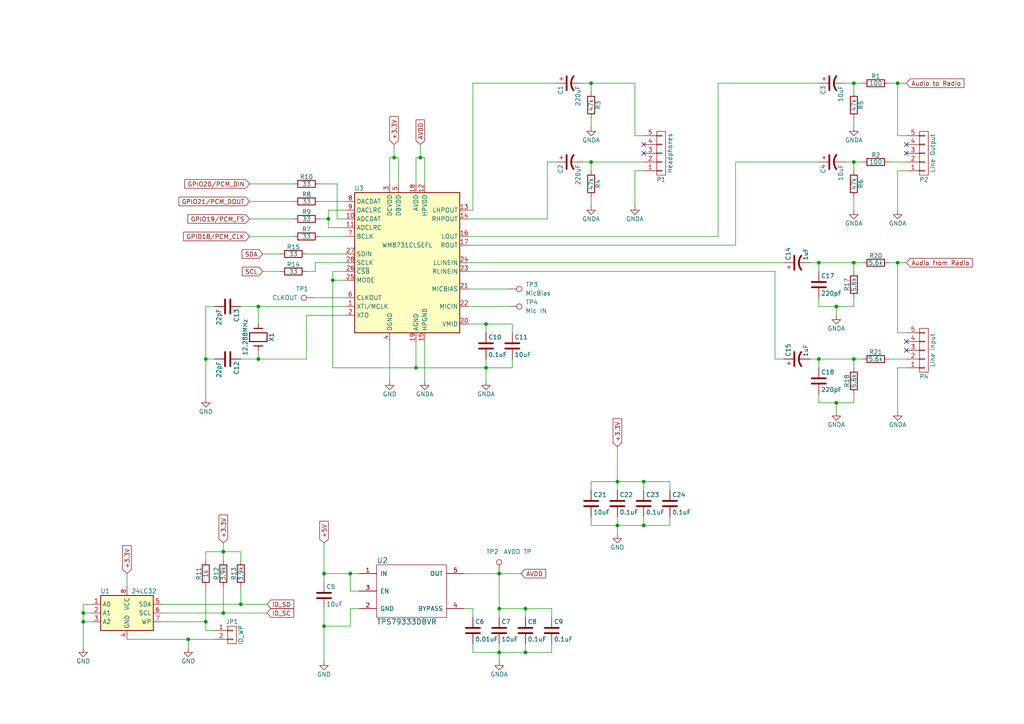
<source format=kicad_sch>
(kicad_sch (version 20211123) (generator eeschema)
  (paper "A4")
  (title_block (title "Ham Radio Audio Controller "))
  (lib_symbols
    (symbol "Audio:WM8731CLSEFL"
      (property "Reference" "U" (at -13.97 21.59 0))
      (property "Value" "WM8731CLSEFL" (at 0 5.08 0))
      (symbol "WM8731CLSEFL_0_1"
        (rectangle (start -15.24 20.32) (end 15.24 -20.32) (stroke (width 0.254)) (fill (type background)))
      )
      (symbol "WM8731CLSEFL_1_1"
        (pin input line (at -17.78 -12.7 0) (length 2.54) (name "XTI/MCLK") (number "1"))
        (pin output line (at -17.78 12.7 0) (length 2.54) (name "ADCDAT") (number "10"))
        (pin bidirectional line (at -17.78 10.16 0) (length 2.54) (name "ADCLRC") (number "11"))
        (pin power_in line (at 5.08 22.86 270) (length 2.54) (name "HPVDD") (number "12"))
        (pin output line (at 17.78 15.24 180) (length 2.54) (name "LHPOUT") (number "13"))
        (pin output line (at 17.78 12.7 180) (length 2.54) (name "RHPOUT") (number "14"))
        (pin power_in line (at 5.08 -22.86 90) (length 2.54) (name "HPGND") (number "15"))
        (pin output line (at 17.78 7.62 180) (length 2.54) (name "LOUT") (number "16"))
        (pin output line (at 17.78 5.08 180) (length 2.54) (name "ROUT") (number "17"))
        (pin power_in line (at 2.54 22.86 270) (length 2.54) (name "AVDD") (number "18"))
        (pin power_in line (at 2.54 -22.86 90) (length 2.54) (name "AGND") (number "19"))
        (pin output line (at -17.78 -15.24 0) (length 2.54) (name "XTO") (number "2"))
        (pin passive line (at 17.78 -17.78 180) (length 2.54) (name "VMID") (number "20"))
        (pin output line (at 17.78 -7.62 180) (length 2.54) (name "MICBIAS") (number "21"))
        (pin input line (at 17.78 -12.7 180) (length 2.54) (name "MICIN") (number "22"))
        (pin input line (at 17.78 -2.54 180) (length 2.54) (name "RLINEIN") (number "23"))
        (pin input line (at 17.78 0 180) (length 2.54) (name "LLINEIN") (number "24"))
        (pin input line (at -17.78 -5.08 0) (length 2.54) (name "MODE") (number "25"))
        (pin input line (at -17.78 -2.54 0) (length 2.54) (name "~{CSB}") (number "26"))
        (pin bidirectional line (at -17.78 2.54 0) (length 2.54) (name "SDIN") (number "27"))
        (pin input line (at -17.78 0 0) (length 2.54) (name "SCLK") (number "28"))
        (pin passive line (at 2.54 -22.86 90) (length 2.54) hide (name "AGND") (number "29"))
        (pin power_in line (at -5.08 22.86 270) (length 2.54) (name "DCVDD") (number "3"))
        (pin power_in line (at -5.08 -22.86 90) (length 2.54) (name "DGND") (number "4"))
        (pin power_in line (at -2.54 22.86 270) (length 2.54) (name "DBVDD") (number "5"))
        (pin output line (at -17.78 -10.16 0) (length 2.54) (name "CLKOUT") (number "6"))
        (pin bidirectional line (at -17.78 7.62 0) (length 2.54) (name "BCLK") (number "7"))
        (pin input line (at -17.78 17.78 0) (length 2.54) (name "DACDAT") (number "8"))
        (pin bidirectional line (at -17.78 15.24 0) (length 2.54) (name "DACLRC") (number "9"))
      )
    )
    (symbol "Connector:TestPoint" (pin_numbers hide) (pin_names (offset 0.762) hide)
      (property "Reference" "TP" (at 0 6.858 0))
      (property "Value" "TestPoint" (at 0 5.08 0))
      (symbol "TestPoint_0_1"
        (circle (center 0 3.302) (radius 0.762))
      )
      (symbol "TestPoint_1_1"
        (pin passive line (at 0 0 90) (length 2.54) (name "1") (number "1"))
      )
    )
    (symbol "Memory_EEPROM:24LC32"
      (property "Reference" "U" (at -6.35 6.35 0))
      (property "Value" "24LC32" (at 1.27 6.35 0))
      (symbol "24LC32_1_1"
        (rectangle (start -7.62 5.08) (end 7.62 -5.08) (stroke (width 0.254)) (fill (type background)))
        (pin input line (at -10.16 2.54 0) (length 2.54) (name "A0") (number "1"))
        (pin input line (at -10.16 0 0) (length 2.54) (name "A1") (number "2"))
        (pin input line (at -10.16 -2.54 0) (length 2.54) (name "A2") (number "3"))
        (pin power_in line (at 0 -7.62 90) (length 2.54) (name "GND") (number "4"))
        (pin bidirectional line (at 10.16 2.54 180) (length 2.54) (name "SDA") (number "5"))
        (pin input line (at 10.16 0 180) (length 2.54) (name "SCL") (number "6"))
        (pin input line (at 10.16 -2.54 180) (length 2.54) (name "WP") (number "7"))
        (pin power_in line (at 0 7.62 270) (length 2.54) (name "VCC") (number "8"))
      )
    )
    (symbol "i2s_codec-rescue:C" (pin_numbers hide) (pin_names (offset 0.254))
      (property "Reference" "C" (at 0.635 2.54 0))
      (property "Value" "C" (at 0.635 -2.54 0))
      (symbol "C_0_1"
        (polyline (pts (xy -2.032 -0.762) (xy 2.032 -0.762)) (stroke (width 0.508)))
        (polyline (pts (xy -2.032 0.762) (xy 2.032 0.762)) (stroke (width 0.508)))
      )
      (symbol "C_1_1"
        (pin passive line (at 0 3.81 270) (length 2.794) (name "~") (number "1"))
        (pin passive line (at 0 -3.81 90) (length 2.794) (name "~") (number "2"))
      )
    )
    (symbol "i2s_codec-rescue:CONN_01X02" (pin_names (offset 1.016) hide)
      (property "Reference" "P" (at 0 3.81 0))
      (property "Value" "CONN_01X02" (at 2.54 0 90))
      (symbol "CONN_01X02_0_1"
        (rectangle (start -1.27 -1.143) (end 0.254 -1.397))
        (rectangle (start -1.27 1.397) (end 0.254 1.143))
        (rectangle (start -1.27 2.54) (end 1.27 -2.54))
      )
      (symbol "CONN_01X02_1_1"
        (pin passive line (at -5.08 1.27 0) (length 3.81) (name "P1") (number "1"))
        (pin passive line (at -5.08 -1.27 0) (length 3.81) (name "P2") (number "2"))
      )
    )
    (symbol "i2s_codec-rescue:CONN_01X05" (pin_names (offset 1.016) hide)
      (property "Reference" "P" (at 0 7.62 0))
      (property "Value" "CONN_01X05" (at 2.54 0 90))
      (symbol "CONN_01X05_0_1"
        (rectangle (start -1.27 -4.953) (end 0.254 -5.207))
        (rectangle (start -1.27 -2.413) (end 0.254 -2.667))
        (rectangle (start -1.27 0.127) (end 0.254 -0.127))
        (rectangle (start -1.27 2.667) (end 0.254 2.413))
        (rectangle (start -1.27 5.207) (end 0.254 4.953))
        (rectangle (start -1.27 6.35) (end 1.27 -6.35))
      )
      (symbol "CONN_01X05_1_1"
        (pin passive line (at -5.08 5.08 0) (length 3.81) (name "P1") (number "1"))
        (pin passive line (at -5.08 2.54 0) (length 3.81) (name "P2") (number "2"))
        (pin passive line (at -5.08 0 0) (length 3.81) (name "P3") (number "3"))
        (pin passive line (at -5.08 -2.54 0) (length 3.81) (name "P4") (number "4"))
        (pin passive line (at -5.08 -5.08 0) (length 3.81) (name "P5") (number "5"))
      )
    )
    (symbol "i2s_codec-rescue:CP1" (pin_numbers hide) (pin_names (offset 0.254) hide)
      (property "Reference" "C" (at 0.635 2.54 0))
      (property "Value" "CP1" (at 0.635 -2.54 0))
      (symbol "CP1_0_1"
        (polyline (pts (xy -2.032 0.762) (xy 2.032 0.762)) (stroke (width 0.508)))
        (polyline (pts (xy -1.778 2.286) (xy -0.762 2.286)))
        (polyline (pts (xy -1.27 1.778) (xy -1.27 2.794)))
        (arc (start 2.032 -1.27) (mid 0 -0.5572) (end -2.032 -1.27) (stroke (width 0.508)))
      )
      (symbol "CP1_1_1"
        (pin passive line (at 0 3.81 270) (length 2.794) (name "~") (number "1"))
        (pin passive line (at 0 -3.81 90) (length 3.302) (name "~") (number "2"))
      )
    )
    (symbol "i2s_codec-rescue:Crystal" (pin_numbers hide) (pin_names (offset 1.016) hide)
      (property "Reference" "Y" (at 0 3.81 0))
      (property "Value" "Crystal" (at 0 -3.81 0))
      (symbol "Crystal_0_1"
        (rectangle (start -1.27 2.54) (end 1.27 -2.54) (stroke (width 0.3048)))
        (polyline (pts (xy -2.54 -1.27) (xy -2.54 1.27)) (stroke (width 0.3048)))
        (polyline (pts (xy 2.54 -1.27) (xy 2.54 1.27)) (stroke (width 0.3048)))
      )
      (symbol "Crystal_1_1"
        (pin passive line (at -3.81 0 0) (length 1.27) (name "1") (number "1"))
        (pin passive line (at 3.81 0 180) (length 1.27) (name "2") (number "2"))
      )
    )
    (symbol "i2s_codec-rescue:GND" (power) (pin_names (offset 0))
      (property "Value" "GND" (at 0 -3.81 0))
      (symbol "GND_0_1"
        (polyline (pts (xy 0 0) (xy 0 -1.27) (xy 1.27 -1.27) (xy 0 -2.54) (xy -1.27 -1.27) (xy 0 -1.27)))
      )
      (symbol "GND_1_1"
        (pin power_in line (at 0 0 270) (length 0) hide (name "GND") (number "1"))
      )
    )
    (symbol "i2s_codec-rescue:GNDA" (power) (pin_names (offset 0))
      (property "Value" "GNDA" (at 0 -3.81 0))
      (symbol "GNDA_0_1"
        (polyline (pts (xy 0 0) (xy 0 -1.27) (xy 1.27 -1.27) (xy 0 -2.54) (xy -1.27 -1.27) (xy 0 -1.27)))
      )
      (symbol "GNDA_1_1"
        (pin power_in line (at 0 0 270) (length 0) hide (name "GNDA") (number "1"))
      )
    )
    (symbol "i2s_codec-rescue:R" (pin_numbers hide) (pin_names (offset 0))
      (property "Reference" "R" (at 2.032 0 90))
      (property "Value" "R" (at 0 0 90))
      (symbol "R_0_1"
        (rectangle (start -1.016 -2.54) (end 1.016 2.54) (stroke (width 0.254)))
      )
      (symbol "R_1_1"
        (pin passive line (at 0 3.81 270) (length 1.27) (name "~") (number "1"))
        (pin passive line (at 0 -3.81 90) (length 1.27) (name "~") (number "2"))
      )
    )
    (symbol "i2s_codec-rescue:TPS79333-EP" (pin_names (offset 1.016))
      (property "Reference" "U" (at -10.16 8.89 0))
      (property "Value" "TPS79333-EP" (at -10.16 -8.89 0))
      (symbol "TPS79333-EP_0_1"
        (rectangle (start -10.16 7.62) (end 10.16 -7.62))
      )
      (symbol "TPS79333-EP_1_1"
        (pin power_in line (at -15.24 5.08 0) (length 5.08) (name "IN") (number "1"))
        (pin power_in line (at -15.24 -5.08 0) (length 5.08) (name "GND") (number "2"))
        (pin input line (at -15.24 0 0) (length 5.08) (name "EN") (number "3"))
        (pin output line (at 15.24 -5.08 180) (length 5.08) (name "BYPASS") (number "4"))
        (pin power_out line (at 15.24 5.08 180) (length 5.08) (name "OUT") (number "5"))
      )
    )
  )
  (junction (at 186.69 152.4))
  (junction (at 140.97 106.68))
  (junction (at 247.65 104.14))
  (junction (at 247.65 24.13))
  (junction (at 96.52 81.28))
  (junction (at 64.77 160.02))
  (junction (at 101.6 166.37))
  (junction (at 59.69 104.14))
  (junction (at 59.69 180.34))
  (junction (at 95.25 63.5))
  (junction (at 54.61 185.42))
  (junction (at 144.78 176.53))
  (junction (at 144.78 189.23))
  (junction (at 242.57 88.9))
  (junction (at 247.65 46.99))
  (junction (at 242.57 116.84))
  (junction (at 121.92 45.72))
  (junction (at 24.13 177.8))
  (junction (at 93.98 181.61))
  (junction (at 144.78 166.37))
  (junction (at 179.07 139.7))
  (junction (at 171.45 46.99))
  (junction (at 171.45 24.13))
  (junction (at 140.97 93.98))
  (junction (at 93.98 166.37))
  (junction (at 237.49 104.14))
  (junction (at 24.13 180.34))
  (junction (at 186.69 139.7))
  (junction (at 152.4 189.23))
  (junction (at 64.77 177.8))
  (junction (at 120.65 106.68))
  (junction (at 114.3 45.72))
  (junction (at 74.93 88.9))
  (junction (at 237.49 76.2))
  (junction (at 260.35 76.2))
  (junction (at 247.65 76.2))
  (junction (at 179.07 152.4))
  (junction (at 260.35 24.13))
  (junction (at 69.85 175.26))
  (junction (at 74.93 104.14))
  (junction (at 152.4 176.53))
  (no_connect (at 186.69 41.91))
  (no_connect (at 262.89 101.6))
  (no_connect (at 262.89 44.45))
  (no_connect (at 262.89 99.06))
  (no_connect (at 186.69 44.45))
  (no_connect (at 262.89 41.91))
  (wire (pts (xy 234.95 76.2) (xy 237.49 76.2)))
  (wire (pts (xy 113.03 45.72) (xy 113.03 53.34)))
  (wire (pts (xy 194.31 139.7) (xy 194.31 142.24)))
  (wire (pts (xy 93.98 166.37) (xy 101.6 166.37)))
  (wire (pts (xy 46.99 177.8) (xy 64.77 177.8)))
  (wire (pts (xy 148.59 106.68) (xy 148.59 104.14)))
  (wire (pts (xy 100.33 76.2) (xy 91.44 76.2)))
  (wire (pts (xy 101.6 181.61) (xy 93.98 181.61)))
  (wire (pts (xy 100.33 78.74) (xy 96.52 78.74)))
  (wire (pts (xy 97.79 53.34) (xy 92.71 53.34)))
  (wire (pts (xy 69.85 175.26) (xy 77.47 175.26)))
  (wire (pts (xy 184.15 49.53) (xy 184.15 59.69)))
  (wire (pts (xy 72.39 63.5) (xy 85.09 63.5)))
  (wire (pts (xy 260.35 24.13) (xy 262.89 24.13)))
  (wire (pts (xy 140.97 106.68) (xy 140.97 110.49)))
  (wire (pts (xy 134.62 166.37) (xy 144.78 166.37)))
  (wire (pts (xy 224.79 104.14) (xy 227.33 104.14)))
  (wire (pts (xy 26.67 177.8) (xy 24.13 177.8)))
  (wire (pts (xy 144.78 176.53) (xy 152.4 176.53)))
  (wire (pts (xy 95.25 60.96) (xy 100.33 60.96)))
  (wire (pts (xy 121.92 45.72) (xy 120.65 45.72)))
  (wire (pts (xy 186.69 49.53) (xy 184.15 49.53)))
  (wire (pts (xy 247.65 106.68) (xy 247.65 104.14)))
  (wire (pts (xy 114.3 45.72) (xy 115.57 45.72)))
  (wire (pts (xy 137.16 176.53) (xy 134.62 176.53)))
  (wire (pts (xy 59.69 104.14) (xy 62.23 104.14)))
  (wire (pts (xy 237.49 106.68) (xy 237.49 104.14)))
  (wire (pts (xy 72.39 58.42) (xy 85.09 58.42)))
  (wire (pts (xy 158.75 46.99) (xy 161.29 46.99)))
  (wire (pts (xy 96.52 81.28) (xy 96.52 106.68)))
  (wire (pts (xy 257.81 104.14) (xy 262.89 104.14)))
  (wire (pts (xy 247.65 116.84) (xy 247.65 114.3)))
  (wire (pts (xy 121.92 45.72) (xy 123.19 45.72)))
  (wire (pts (xy 100.33 63.5) (xy 97.79 63.5)))
  (wire (pts (xy 92.71 63.5) (xy 95.25 63.5)))
  (wire (pts (xy 97.79 63.5) (xy 97.79 53.34)))
  (wire (pts (xy 186.69 139.7) (xy 194.31 139.7)))
  (wire (pts (xy 101.6 171.45) (xy 101.6 166.37)))
  (wire (pts (xy 74.93 101.6) (xy 74.93 104.14)))
  (wire (pts (xy 85.09 53.34) (xy 72.39 53.34)))
  (wire (pts (xy 92.71 68.58) (xy 100.33 68.58)))
  (wire (pts (xy 171.45 152.4) (xy 179.07 152.4)))
  (wire (pts (xy 262.89 39.37) (xy 260.35 39.37)))
  (wire (pts (xy 160.02 176.53) (xy 160.02 179.07)))
  (wire (pts (xy 247.65 24.13) (xy 247.65 26.67)))
  (wire (pts (xy 262.89 49.53) (xy 260.35 49.53)))
  (wire (pts (xy 257.81 76.2) (xy 260.35 76.2)))
  (wire (pts (xy 72.39 68.58) (xy 85.09 68.58)))
  (wire (pts (xy 76.2 78.74) (xy 81.28 78.74)))
  (wire (pts (xy 237.49 88.9) (xy 242.57 88.9)))
  (wire (pts (xy 208.28 24.13) (xy 237.49 24.13)))
  (wire (pts (xy 46.99 180.34) (xy 59.69 180.34)))
  (wire (pts (xy 184.15 24.13) (xy 171.45 24.13)))
  (wire (pts (xy 96.52 81.28) (xy 100.33 81.28)))
  (wire (pts (xy 224.79 104.14) (xy 224.79 78.74)))
  (wire (pts (xy 64.77 160.02) (xy 69.85 160.02)))
  (wire (pts (xy 152.4 189.23) (xy 160.02 189.23)))
  (wire (pts (xy 171.45 24.13) (xy 171.45 26.67)))
  (wire (pts (xy 123.19 45.72) (xy 123.19 53.34)))
  (wire (pts (xy 101.6 176.53) (xy 101.6 181.61)))
  (wire (pts (xy 247.65 88.9) (xy 247.65 86.36)))
  (wire (pts (xy 64.77 170.18) (xy 64.77 177.8)))
  (wire (pts (xy 93.98 176.53) (xy 93.98 181.61)))
  (wire (pts (xy 208.28 24.13) (xy 208.28 68.58)))
  (wire (pts (xy 59.69 160.02) (xy 64.77 160.02)))
  (wire (pts (xy 135.89 60.96) (xy 137.16 60.96)))
  (wire (pts (xy 152.4 176.53) (xy 160.02 176.53)))
  (wire (pts (xy 36.83 185.42) (xy 54.61 185.42)))
  (wire (pts (xy 260.35 96.52) (xy 262.89 96.52)))
  (wire (pts (xy 171.45 139.7) (xy 179.07 139.7)))
  (wire (pts (xy 93.98 157.48) (xy 93.98 166.37)))
  (wire (pts (xy 59.69 182.88) (xy 62.23 182.88)))
  (wire (pts (xy 120.65 45.72) (xy 120.65 53.34)))
  (wire (pts (xy 208.28 68.58) (xy 135.89 68.58)))
  (wire (pts (xy 115.57 53.34) (xy 115.57 45.72)))
  (wire (pts (xy 137.16 24.13) (xy 137.16 60.96)))
  (wire (pts (xy 140.97 93.98) (xy 148.59 93.98)))
  (wire (pts (xy 152.4 186.69) (xy 152.4 189.23)))
  (wire (pts (xy 123.19 99.06) (xy 123.19 110.49)))
  (wire (pts (xy 62.23 185.42) (xy 54.61 185.42)))
  (wire (pts (xy 171.45 24.13) (xy 168.91 24.13)))
  (wire (pts (xy 104.14 176.53) (xy 101.6 176.53)))
  (wire (pts (xy 260.35 39.37) (xy 260.35 24.13)))
  (wire (pts (xy 237.49 116.84) (xy 242.57 116.84)))
  (wire (pts (xy 74.93 104.14) (xy 88.9 104.14)))
  (wire (pts (xy 59.69 104.14) (xy 59.69 88.9)))
  (wire (pts (xy 247.65 46.99) (xy 245.11 46.99)))
  (wire (pts (xy 24.13 175.26) (xy 24.13 177.8)))
  (wire (pts (xy 260.35 76.2) (xy 260.35 96.52)))
  (wire (pts (xy 171.45 57.15) (xy 171.45 59.69)))
  (wire (pts (xy 74.93 104.14) (xy 69.85 104.14)))
  (wire (pts (xy 179.07 149.86) (xy 179.07 152.4)))
  (wire (pts (xy 171.45 34.29) (xy 171.45 36.83)))
  (wire (pts (xy 161.29 24.13) (xy 137.16 24.13)))
  (wire (pts (xy 237.49 78.74) (xy 237.49 76.2)))
  (wire (pts (xy 95.25 63.5) (xy 95.25 66.04)))
  (wire (pts (xy 135.89 83.82) (xy 147.32 83.82)))
  (wire (pts (xy 144.78 189.23) (xy 144.78 191.77)))
  (wire (pts (xy 140.97 96.52) (xy 140.97 93.98)))
  (wire (pts (xy 88.9 78.74) (xy 91.44 78.74)))
  (wire (pts (xy 113.03 99.06) (xy 113.03 110.49)))
  (wire (pts (xy 186.69 152.4) (xy 186.69 149.86)))
  (wire (pts (xy 171.45 46.99) (xy 171.45 49.53)))
  (wire (pts (xy 88.9 73.66) (xy 100.33 73.66)))
  (wire (pts (xy 101.6 166.37) (xy 104.14 166.37)))
  (wire (pts (xy 184.15 39.37) (xy 184.15 24.13)))
  (wire (pts (xy 137.16 186.69) (xy 137.16 189.23)))
  (wire (pts (xy 262.89 46.99) (xy 257.81 46.99)))
  (wire (pts (xy 96.52 106.68) (xy 120.65 106.68)))
  (wire (pts (xy 59.69 170.18) (xy 59.69 180.34)))
  (wire (pts (xy 135.89 76.2) (xy 227.33 76.2)))
  (wire (pts (xy 186.69 152.4) (xy 194.31 152.4)))
  (wire (pts (xy 144.78 186.69) (xy 144.78 189.23)))
  (wire (pts (xy 186.69 139.7) (xy 186.69 142.24)))
  (wire (pts (xy 74.93 88.9) (xy 100.33 88.9)))
  (wire (pts (xy 260.35 49.53) (xy 260.35 60.96)))
  (wire (pts (xy 194.31 152.4) (xy 194.31 149.86)))
  (wire (pts (xy 179.07 152.4) (xy 186.69 152.4)))
  (wire (pts (xy 179.07 139.7) (xy 186.69 139.7)))
  (wire (pts (xy 247.65 57.15) (xy 247.65 60.96)))
  (wire (pts (xy 234.95 104.14) (xy 237.49 104.14)))
  (wire (pts (xy 144.78 166.37) (xy 151.13 166.37)))
  (wire (pts (xy 242.57 88.9) (xy 242.57 91.44)))
  (wire (pts (xy 88.9 91.44) (xy 100.33 91.44)))
  (wire (pts (xy 135.89 88.9) (xy 147.32 88.9)))
  (wire (pts (xy 242.57 88.9) (xy 247.65 88.9)))
  (wire (pts (xy 96.52 78.74) (xy 96.52 81.28)))
  (wire (pts (xy 260.35 76.2) (xy 262.89 76.2)))
  (wire (pts (xy 69.85 160.02) (xy 69.85 162.56)))
  (wire (pts (xy 247.65 46.99) (xy 247.65 49.53)))
  (wire (pts (xy 262.89 106.68) (xy 260.35 106.68)))
  (wire (pts (xy 69.85 175.26) (xy 69.85 170.18)))
  (wire (pts (xy 152.4 179.07) (xy 152.4 176.53)))
  (wire (pts (xy 260.35 24.13) (xy 257.81 24.13)))
  (wire (pts (xy 59.69 104.14) (xy 59.69 115.57)))
  (wire (pts (xy 158.75 46.99) (xy 158.75 63.5)))
  (wire (pts (xy 242.57 116.84) (xy 242.57 119.38)))
  (wire (pts (xy 74.93 88.9) (xy 74.93 93.98)))
  (wire (pts (xy 144.78 166.37) (xy 144.78 176.53)))
  (wire (pts (xy 135.89 63.5) (xy 158.75 63.5)))
  (wire (pts (xy 76.2 73.66) (xy 81.28 73.66)))
  (wire (pts (xy 247.65 78.74) (xy 247.65 76.2)))
  (wire (pts (xy 95.25 63.5) (xy 95.25 60.96)))
  (wire (pts (xy 120.65 106.68) (xy 140.97 106.68)))
  (wire (pts (xy 160.02 189.23) (xy 160.02 186.69)))
  (wire (pts (xy 100.33 66.04) (xy 95.25 66.04)))
  (wire (pts (xy 114.3 41.91) (xy 114.3 45.72)))
  (wire (pts (xy 59.69 180.34) (xy 59.69 182.88)))
  (wire (pts (xy 171.45 149.86) (xy 171.45 152.4)))
  (wire (pts (xy 179.07 129.54) (xy 179.07 139.7)))
  (wire (pts (xy 26.67 180.34) (xy 24.13 180.34)))
  (wire (pts (xy 213.36 46.99) (xy 237.49 46.99)))
  (wire (pts (xy 74.93 88.9) (xy 69.85 88.9)))
  (wire (pts (xy 120.65 99.06) (xy 120.65 106.68)))
  (wire (pts (xy 213.36 71.12) (xy 213.36 46.99)))
  (wire (pts (xy 135.89 71.12) (xy 213.36 71.12)))
  (wire (pts (xy 144.78 176.53) (xy 144.78 179.07)))
  (wire (pts (xy 247.65 24.13) (xy 245.11 24.13)))
  (wire (pts (xy 93.98 181.61) (xy 93.98 191.77)))
  (wire (pts (xy 59.69 160.02) (xy 59.69 162.56)))
  (wire (pts (xy 64.77 177.8) (xy 77.47 177.8)))
  (wire (pts (xy 24.13 180.34) (xy 24.13 187.96)))
  (wire (pts (xy 36.83 166.37) (xy 36.83 170.18)))
  (wire (pts (xy 140.97 104.14) (xy 140.97 106.68)))
  (wire (pts (xy 54.61 185.42) (xy 54.61 187.96)))
  (wire (pts (xy 135.89 93.98) (xy 140.97 93.98)))
  (wire (pts (xy 62.23 88.9) (xy 59.69 88.9)))
  (wire (pts (xy 113.03 45.72) (xy 114.3 45.72)))
  (wire (pts (xy 179.07 152.4) (xy 179.07 154.94)))
  (wire (pts (xy 137.16 179.07) (xy 137.16 176.53)))
  (wire (pts (xy 140.97 106.68) (xy 148.59 106.68)))
  (wire (pts (xy 46.99 175.26) (xy 69.85 175.26)))
  (wire (pts (xy 237.49 86.36) (xy 237.49 88.9)))
  (wire (pts (xy 260.35 106.68) (xy 260.35 119.38)))
  (wire (pts (xy 137.16 189.23) (xy 144.78 189.23)))
  (wire (pts (xy 88.9 91.44) (xy 88.9 104.14)))
  (wire (pts (xy 148.59 93.98) (xy 148.59 96.52)))
  (wire (pts (xy 91.44 76.2) (xy 91.44 78.74)))
  (wire (pts (xy 64.77 160.02) (xy 64.77 162.56)))
  (wire (pts (xy 64.77 157.48) (xy 64.77 160.02)))
  (wire (pts (xy 247.65 34.29) (xy 247.65 36.83)))
  (wire (pts (xy 247.65 104.14) (xy 250.19 104.14)))
  (wire (pts (xy 237.49 104.14) (xy 247.65 104.14)))
  (wire (pts (xy 24.13 177.8) (xy 24.13 180.34)))
  (wire (pts (xy 104.14 171.45) (xy 101.6 171.45)))
  (wire (pts (xy 250.19 24.13) (xy 247.65 24.13)))
  (wire (pts (xy 93.98 166.37) (xy 93.98 168.91)))
  (wire (pts (xy 121.92 41.91) (xy 121.92 45.72)))
  (wire (pts (xy 144.78 189.23) (xy 152.4 189.23)))
  (wire (pts (xy 224.79 78.74) (xy 135.89 78.74)))
  (wire (pts (xy 179.07 139.7) (xy 179.07 142.24)))
  (wire (pts (xy 26.67 175.26) (xy 24.13 175.26)))
  (wire (pts (xy 186.69 39.37) (xy 184.15 39.37)))
  (wire (pts (xy 237.49 114.3) (xy 237.49 116.84)))
  (wire (pts (xy 247.65 76.2) (xy 250.19 76.2)))
  (wire (pts (xy 92.71 58.42) (xy 100.33 58.42)))
  (wire (pts (xy 91.44 86.36) (xy 100.33 86.36)))
  (wire (pts (xy 171.45 46.99) (xy 168.91 46.99)))
  (wire (pts (xy 171.45 139.7) (xy 171.45 142.24)))
  (wire (pts (xy 237.49 76.2) (xy 247.65 76.2)))
  (wire (pts (xy 242.57 116.84) (xy 247.65 116.84)))
  (wire (pts (xy 186.69 46.99) (xy 171.45 46.99)))
  (wire (pts (xy 250.19 46.99) (xy 247.65 46.99)))
  (global_label "ID_SC" (shape input) (at 77.47 177.8 0) (property "Intersheet References" "${INTERSHEET_REFS}" (effects hide)))
  (global_label "Audio from Radio" (shape input) (at 262.89 76.2 0) (property "Intersheet References" "${INTERSHEET_REFS}" (effects hide)))
  (global_label "SDA" (shape input) (at 76.2 73.66 180) (property "Intersheet References" "${INTERSHEET_REFS}" (effects hide)))
  (global_label "GPIO21{slash}PCM_DOUT" (shape input) (at 72.39 58.42 180) (property "Intersheet References" "${INTERSHEET_REFS}" (effects hide)))
  (global_label "Audio to Radio" (shape input) (at 262.89 24.13 0) (property "Intersheet References" "${INTERSHEET_REFS}" (effects hide)))
  (global_label "GPIO20{slash}PCM_DIN" (shape input) (at 72.39 53.34 180) (property "Intersheet References" "${INTERSHEET_REFS}" (effects hide)))
  (global_label "+3.3V" (shape input) (at 64.77 157.48 90) (property "Intersheet References" "${INTERSHEET_REFS}" (effects hide)))
  (global_label "GPIO18{slash}PCM_CLK" (shape input) (at 72.39 68.58 180) (property "Intersheet References" "${INTERSHEET_REFS}" (effects hide)))
  (global_label "AVDD" (shape input) (at 151.13 166.37 0) (property "Intersheet References" "${INTERSHEET_REFS}" (effects hide)))
  (global_label "+3.3V" (shape input) (at 36.83 166.37 90) (property "Intersheet References" "${INTERSHEET_REFS}" (effects hide)))
  (global_label "+5V" (shape input) (at 93.98 157.48 90) (property "Intersheet References" "${INTERSHEET_REFS}" (effects hide)))
  (global_label "AVDD" (shape input) (at 121.92 41.91 90) (property "Intersheet References" "${INTERSHEET_REFS}" (effects hide)))
  (global_label "GPIO19{slash}PCM_FS" (shape input) (at 72.39 63.5 180) (property "Intersheet References" "${INTERSHEET_REFS}" (effects hide)))
  (global_label "ID_SD" (shape input) (at 77.47 175.26 0) (property "Intersheet References" "${INTERSHEET_REFS}" (effects hide)))
  (global_label "SCL" (shape input) (at 76.2 78.74 180) (property "Intersheet References" "${INTERSHEET_REFS}" (effects hide)))
  (global_label "+3.3V" (shape input) (at 179.07 129.54 90) (property "Intersheet References" "${INTERSHEET_REFS}" (effects hide)))
  (global_label "+3.3V" (shape input) (at 114.3 41.91 90) (property "Intersheet References" "${INTERSHEET_REFS}" (effects hide)))
  (symbol (lib_id "i2s_codec-rescue:C") (at 237.49 110.49 0) (unit 1)
    (property "Reference" "C18" (at 238.125 107.95 0) (effects (justify left)))
    (property "Value" "220pF" (at 238.125 113.03 0) (effects (justify left)))
    (property "Footprint" "Capacitors_SMD:C_0603_HandSoldering" (effects hide))
  )
  (symbol (lib_id "i2s_codec-rescue:GNDA") (at 242.57 119.38 0) (unit 1)
    (property "Reference" "#PWR0134" (effects hide))
    (property "Value" "GNDA" (at 242.57 123.19 0))
  )
  (symbol (lib_id "i2s_codec-rescue:R") (at 171.45 53.34 0) (mirror x) (unit 1)
    (property "Reference" "R4" (at 173.482 53.34 90))
    (property "Value" "47k" (at 171.45 53.34 90))
    (property "Footprint" "Resistor_SMD:R_0603_1608Metric_Pad0.98x0.95mm_HandSolder" (effects hide))
  )
  (symbol (lib_id "Connector:TestPoint") (at 147.32 83.82 270) (unit 1)
    (property "Reference" "TP3" (at 152.4 82.5499 90) (effects (justify left)))
    (property "Value" "MicBias" (at 152.4 85.0899 90) (effects (justify left)))
  )
  (symbol (lib_id "i2s_codec-rescue:GNDA") (at 123.19 110.49 0) (unit 1)
    (property "Reference" "#PWR0114" (effects hide))
    (property "Value" "GNDA" (at 123.19 114.3 0))
  )
  (symbol (lib_id "i2s_codec-rescue:GND") (at 59.69 115.57 0) (mirror y) (unit 1)
    (property "Reference" "#PWR0110" (effects hide))
    (property "Value" "GND" (at 59.69 119.38 0))
  )
  (symbol (lib_id "i2s_codec-rescue:CONN_01X05") (at 191.77 44.45 0) (mirror x) (unit 1)
    (property "Reference" "P1" (at 191.77 52.07 0))
    (property "Value" "Headphones" (at 194.31 44.45 90))
    (property "Footprint" "my_components:Conn_Audio_3.5mm_Stereo_SJ1-353XNG" (effects hide))
  )
  (symbol (lib_id "i2s_codec-rescue:CP1") (at 231.14 76.2 90) (unit 1)
    (property "Reference" "C14" (at 228.6 75.565 0) (effects (justify left)))
    (property "Value" "1uF" (at 233.68 75.565 0) (effects (justify left)))
    (property "Footprint" "my_components:Cap_Elec_Radial_5mm" (effects hide))
  )
  (symbol (lib_id "i2s_codec-rescue:GNDA") (at 247.65 60.96 0) (mirror y) (unit 1)
    (property "Reference" "#PWR0115" (effects hide))
    (property "Value" "GNDA" (at 247.65 64.77 0))
  )
  (symbol (lib_id "i2s_codec-rescue:R") (at 254 24.13 270) (mirror x) (unit 1)
    (property "Reference" "R1" (at 254 22.098 90))
    (property "Value" "100" (at 254 24.13 90))
    (property "Footprint" "Resistor_SMD:R_0603_1608Metric_Pad0.98x0.95mm_HandSolder" (effects hide))
  )
  (symbol (lib_id "i2s_codec-rescue:R") (at 85.09 73.66 90) (unit 1)
    (property "Reference" "R15" (at 85.09 71.628 90))
    (property "Value" "33" (at 85.09 73.66 90))
    (property "Footprint" "Resistor_SMD:R_0603_1608Metric_Pad0.98x0.95mm_HandSolder" (effects hide))
  )
  (symbol (lib_id "i2s_codec-rescue:C") (at 137.16 182.88 0) (unit 1)
    (property "Reference" "C6" (at 137.795 180.34 0) (effects (justify left)))
    (property "Value" "0.01uF" (at 137.795 185.42 0) (effects (justify left)))
    (property "Footprint" "Capacitors_SMD:C_0603_HandSoldering" (effects hide))
  )
  (symbol (lib_id "i2s_codec-rescue:R") (at 64.77 166.37 180) (unit 1)
    (property "Reference" "R12" (at 62.738 166.37 90))
    (property "Value" "3.9k" (at 64.77 166.37 90))
    (property "Footprint" "Resistor_SMD:R_0603_1608Metric_Pad0.98x0.95mm_HandSolder" (effects hide))
  )
  (symbol (lib_id "i2s_codec-rescue:GNDA") (at 247.65 36.83 0) (mirror y) (unit 1)
    (property "Reference" "#PWR0118" (effects hide))
    (property "Value" "GNDA" (at 247.65 40.64 0))
  )
  (symbol (lib_id "i2s_codec-rescue:TPS79333-EP") (at 119.38 171.45 0) (unit 1)
    (property "Reference" "U2" (at 109.22 162.56 0) (effects (font (size 1.524 1.524)) (justify left)))
    (property "Value" "TPS79333DBVR" (at 109.22 180.34 0) (effects (font (size 1.524 1.524)) (justify left)))
    (property "Footprint" "my_components:IC_SOT23-5_Hand_Soldering" (effects hide))
  )
  (symbol (lib_id "i2s_codec-rescue:R") (at 254 46.99 270) (mirror x) (unit 1)
    (property "Reference" "R2" (at 254 44.958 90))
    (property "Value" "100" (at 254 46.99 90))
    (property "Footprint" "Resistor_SMD:R_0603_1608Metric_Pad0.98x0.95mm_HandSolder" (effects hide))
  )
  (symbol (lib_id "i2s_codec-rescue:C") (at 152.4 182.88 0) (unit 1)
    (property "Reference" "C8" (at 153.035 180.34 0) (effects (justify left)))
    (property "Value" "0.1uF" (at 153.035 185.42 0) (effects (justify left)))
    (property "Footprint" "Capacitors_SMD:C_0603_HandSoldering" (effects hide))
  )
  (symbol (lib_id "i2s_codec-rescue:GNDA") (at 184.15 59.69 0) (mirror y) (unit 1)
    (property "Reference" "#PWR0107" (effects hide))
    (property "Value" "GNDA" (at 184.15 63.5 0))
  )
  (symbol (lib_id "Connector:TestPoint") (at 147.32 88.9 270) (unit 1)
    (property "Reference" "TP4" (at 152.4 87.6299 90) (effects (justify left)))
    (property "Value" "Mic IN" (at 152.4 90.1699 90) (effects (justify left)))
  )
  (symbol (lib_id "i2s_codec-rescue:R") (at 59.69 166.37 180) (unit 1)
    (property "Reference" "R11" (at 57.658 166.37 90))
    (property "Value" "1k" (at 59.69 166.37 90))
    (property "Footprint" "Resistor_SMD:R_0603_1608Metric_Pad0.98x0.95mm_HandSolder" (effects hide))
  )
  (symbol (lib_id "i2s_codec-rescue:C") (at 66.04 88.9 270) (unit 1)
    (property "Reference" "C13" (at 68.58 89.535 0) (effects (justify left)))
    (property "Value" "22pF" (at 63.5 89.535 0) (effects (justify left)))
    (property "Footprint" "Capacitor_SMD:C_0603_1608Metric_Pad1.08x0.95mm_HandSolder" (effects hide))
  )
  (symbol (lib_id "i2s_codec-rescue:GND") (at 93.98 191.77 0) (unit 1)
    (property "Reference" "#PWR0113" (effects hide))
    (property "Value" "GND" (at 93.98 195.58 0))
  )
  (symbol (lib_id "Memory_EEPROM:24LC32") (at 36.83 177.8 0) (unit 1)
    (property "Reference" "U1" (at 30.48 171.45 0))
    (property "Value" "24LC32" (at 38.1 171.45 0) (effects (justify left)))
    (property "Footprint" "my_components:IC_SOIC8_Narrow" (effects hide))
    (property "Datasheet" "http://ww1.microchip.com/downloads/en/DeviceDoc/21072G.pdf" (effects hide))
  )
  (symbol (lib_id "i2s_codec-rescue:GNDA") (at 144.78 191.77 0) (unit 1)
    (property "Reference" "#PWR0126" (effects hide))
    (property "Value" "GNDA" (at 144.78 195.58 0))
  )
  (symbol (lib_id "i2s_codec-rescue:R") (at 85.09 78.74 90) (unit 1)
    (property "Reference" "R14" (at 85.09 76.708 90))
    (property "Value" "33" (at 85.09 78.74 90))
    (property "Footprint" "Resistor_SMD:R_0603_1608Metric_Pad0.98x0.95mm_HandSolder" (effects hide))
  )
  (symbol (lib_id "i2s_codec-rescue:R") (at 247.65 53.34 0) (mirror x) (unit 1)
    (property "Reference" "R6" (at 249.682 53.34 90))
    (property "Value" "47k" (at 247.65 53.34 90))
    (property "Footprint" "Resistor_SMD:R_0603_1608Metric_Pad0.98x0.95mm_HandSolder" (effects hide))
  )
  (symbol (lib_id "i2s_codec-rescue:GNDA") (at 140.97 110.49 0) (unit 1)
    (property "Reference" "#PWR0128" (effects hide))
    (property "Value" "GNDA" (at 140.97 114.3 0))
  )
  (symbol (lib_id "i2s_codec-rescue:R") (at 254 104.14 90) (unit 1)
    (property "Reference" "R21" (at 254 102.108 90))
    (property "Value" "5.6k" (at 254 104.14 90))
    (property "Footprint" "Resistor_SMD:R_0603_1608Metric_Pad0.98x0.95mm_HandSolder" (effects hide))
  )
  (symbol (lib_id "i2s_codec-rescue:C") (at 194.31 146.05 0) (unit 1)
    (property "Reference" "C24" (at 194.945 143.51 0) (effects (justify left)))
    (property "Value" "0.1uF" (at 194.945 148.59 0) (effects (justify left)))
    (property "Footprint" "Capacitors_SMD:C_0603_HandSoldering" (effects hide))
  )
  (symbol (lib_id "i2s_codec-rescue:R") (at 88.9 53.34 90) (unit 1)
    (property "Reference" "R10" (at 88.9 51.308 90))
    (property "Value" "33" (at 88.9 53.34 90))
    (property "Footprint" "Resistor_SMD:R_0603_1608Metric_Pad0.98x0.95mm_HandSolder" (effects hide))
  )
  (symbol (lib_id "i2s_codec-rescue:GND") (at 24.13 187.96 0) (unit 1)
    (property "Reference" "#PWR0111" (effects hide))
    (property "Value" "GND" (at 24.13 191.77 0))
  )
  (symbol (lib_id "i2s_codec-rescue:R") (at 88.9 68.58 90) (unit 1)
    (property "Reference" "R7" (at 88.9 66.548 90))
    (property "Value" "33" (at 88.9 68.58 90))
    (property "Footprint" "Resistor_SMD:R_0603_1608Metric_Pad0.98x0.95mm_HandSolder" (effects hide))
  )
  (symbol (lib_id "i2s_codec-rescue:R") (at 69.85 166.37 180) (unit 1)
    (property "Reference" "R13" (at 67.818 166.37 90))
    (property "Value" "3.9k" (at 69.85 166.37 90))
    (property "Footprint" "Resistor_SMD:R_0603_1608Metric_Pad0.98x0.95mm_HandSolder" (effects hide))
  )
  (symbol (lib_id "i2s_codec-rescue:Crystal") (at 74.93 97.79 270) (unit 1)
    (property "Reference" "X1" (at 78.74 97.79 0))
    (property "Value" "12.288MHz" (at 71.12 97.79 0))
    (property "Footprint" "my_components:Crystal_5.0x3.2mm" (effects hide))
  )
  (symbol (lib_id "Audio:WM8731CLSEFL") (at 118.11 76.2 0) (unit 1)
    (property "Reference" "U3" (at 104.14 54.61 0))
    (property "Value" "WM8731CLSEFL" (at 118.11 71.12 0))
    (property "Footprint" "Package_DFN_QFN:QFN-28-1EP_5x5mm_P0.5mm_EP3.35x3.35mm" (effects hide))
    (property "Datasheet" "https://statics.cirrus.com/pubs/proDatasheet/WM8731_v4.9.pdf" (effects hide))
  )
  (symbol (lib_id "i2s_codec-rescue:C") (at 237.49 82.55 0) (unit 1)
    (property "Reference" "C17" (at 238.125 80.01 0) (effects (justify left)))
    (property "Value" "220pF" (at 238.125 85.09 0) (effects (justify left)))
    (property "Footprint" "Capacitors_SMD:C_0603_HandSoldering" (effects hide))
  )
  (symbol (lib_id "i2s_codec-rescue:R") (at 88.9 63.5 90) (unit 1)
    (property "Reference" "R9" (at 88.9 61.468 90))
    (property "Value" "33" (at 88.9 63.5 90))
    (property "Footprint" "Resistor_SMD:R_0603_1608Metric_Pad0.98x0.95mm_HandSolder" (effects hide))
  )
  (symbol (lib_id "Connector:TestPoint") (at 91.44 86.36 90) (unit 1)
    (property "Reference" "TP1" (at 87.63 83.82 90))
    (property "Value" "CLKOUT" (at 86.36 86.36 90) (effects (justify left)))
  )
  (symbol (lib_id "i2s_codec-rescue:C") (at 66.04 104.14 270) (unit 1)
    (property "Reference" "C12" (at 68.58 104.775 0) (effects (justify left)))
    (property "Value" "22pF" (at 63.5 104.775 0) (effects (justify left)))
    (property "Footprint" "Capacitor_SMD:C_0603_1608Metric_Pad1.08x0.95mm_HandSolder" (effects hide))
  )
  (symbol (lib_id "i2s_codec-rescue:GNDA") (at 171.45 59.69 0) (mirror y) (unit 1)
    (property "Reference" "#PWR0108" (effects hide))
    (property "Value" "GNDA" (at 171.45 63.5 0))
  )
  (symbol (lib_id "i2s_codec-rescue:R") (at 254 76.2 90) (unit 1)
    (property "Reference" "R20" (at 254 74.168 90))
    (property "Value" "5.6k" (at 254 76.2 90))
    (property "Footprint" "Resistor_SMD:R_0603_1608Metric_Pad0.98x0.95mm_HandSolder" (effects hide))
  )
  (symbol (lib_id "i2s_codec-rescue:GND") (at 179.07 154.94 0) (unit 1)
    (property "Reference" "#PWR0131" (effects hide))
    (property "Value" "GND" (at 179.07 158.75 0))
  )
  (symbol (lib_id "i2s_codec-rescue:CP1") (at 165.1 46.99 90) (mirror x) (unit 1)
    (property "Reference" "C2" (at 162.56 47.625 0) (effects (justify left)))
    (property "Value" "220uF" (at 167.64 47.625 0) (effects (justify left)))
    (property "Footprint" "my_components:Cap_Elec_Radial_6.3mm" (effects hide))
  )
  (symbol (lib_id "i2s_codec-rescue:R") (at 171.45 30.48 0) (mirror x) (unit 1)
    (property "Reference" "R3" (at 173.482 30.48 90))
    (property "Value" "47k" (at 171.45 30.48 90))
    (property "Footprint" "Resistor_SMD:R_0603_1608Metric_Pad0.98x0.95mm_HandSolder" (effects hide))
  )
  (symbol (lib_id "i2s_codec-rescue:CP1") (at 241.3 24.13 90) (mirror x) (unit 1)
    (property "Reference" "C3" (at 238.76 24.765 0) (effects (justify left)))
    (property "Value" "10uF" (at 243.84 24.765 0) (effects (justify left)))
    (property "Footprint" "my_components:Cap_Elec_Radial_5mm" (effects hide))
  )
  (symbol (lib_id "i2s_codec-rescue:C") (at 160.02 182.88 0) (unit 1)
    (property "Reference" "C9" (at 160.655 180.34 0) (effects (justify left)))
    (property "Value" "0.1uF" (at 160.655 185.42 0) (effects (justify left)))
    (property "Footprint" "Capacitors_SMD:C_0603_HandSoldering" (effects hide))
  )
  (symbol (lib_id "Connector:TestPoint") (at 144.78 166.37 0) (unit 1)
    (property "Reference" "TP2" (at 140.97 160.02 0) (effects (justify left)))
    (property "Value" "AVDD TP" (at 146.05 160.02 0) (effects (justify left)))
  )
  (symbol (lib_id "i2s_codec-rescue:C") (at 179.07 146.05 0) (unit 1)
    (property "Reference" "C22" (at 179.705 143.51 0) (effects (justify left)))
    (property "Value" "0.1uF" (at 179.705 148.59 0) (effects (justify left)))
    (property "Footprint" "Capacitors_SMD:C_0603_HandSoldering" (effects hide))
  )
  (symbol (lib_id "i2s_codec-rescue:CP1") (at 241.3 46.99 90) (mirror x) (unit 1)
    (property "Reference" "C4" (at 238.76 47.625 0) (effects (justify left)))
    (property "Value" "10uF" (at 243.84 47.625 0) (effects (justify left)))
    (property "Footprint" "my_components:Cap_Elec_Radial_5mm" (effects hide))
  )
  (symbol (lib_id "i2s_codec-rescue:GND") (at 54.61 187.96 0) (unit 1)
    (property "Reference" "#PWR0121" (effects hide))
    (property "Value" "GND" (at 54.61 191.77 0))
  )
  (symbol (lib_id "i2s_codec-rescue:CONN_01X05") (at 267.97 44.45 0) (mirror x) (unit 1)
    (property "Reference" "P2" (at 267.97 52.07 0))
    (property "Value" "Line Output" (at 270.51 44.45 90))
    (property "Footprint" "my_components:Conn_Audio_3.5mm_Stereo" (effects hide))
  )
  (symbol (lib_id "i2s_codec-rescue:C") (at 186.69 146.05 0) (unit 1)
    (property "Reference" "C23" (at 187.325 143.51 0) (effects (justify left)))
    (property "Value" "0.1uF" (at 187.325 148.59 0) (effects (justify left)))
    (property "Footprint" "Capacitors_SMD:C_0603_HandSoldering" (effects hide))
  )
  (symbol (lib_id "i2s_codec-rescue:CONN_01X05") (at 267.97 101.6 0) (mirror x) (unit 1)
    (property "Reference" "P4" (at 267.97 109.22 0))
    (property "Value" "Line Input" (at 270.51 101.6 90))
    (property "Footprint" "my_components:Conn_Audio_3.5mm_Stereo" (effects hide))
  )
  (symbol (lib_id "i2s_codec-rescue:C") (at 93.98 172.72 0) (unit 1)
    (property "Reference" "C5" (at 94.615 170.18 0) (effects (justify left)))
    (property "Value" "10uF" (at 94.615 175.26 0) (effects (justify left)))
    (property "Footprint" "Capacitors_SMD:C_0603_HandSoldering" (effects hide))
  )
  (symbol (lib_id "i2s_codec-rescue:R") (at 247.65 82.55 180) (unit 1)
    (property "Reference" "R17" (at 245.618 82.55 90))
    (property "Value" "5.6k" (at 247.65 82.55 90))
    (property "Footprint" "Resistor_SMD:R_0603_1608Metric_Pad0.98x0.95mm_HandSolder" (effects hide))
  )
  (symbol (lib_id "i2s_codec-rescue:GND") (at 113.03 110.49 0) (unit 1)
    (property "Reference" "#PWR0123" (effects hide))
    (property "Value" "GND" (at 113.03 114.3 0))
  )
  (symbol (lib_id "i2s_codec-rescue:CP1") (at 231.14 104.14 90) (unit 1)
    (property "Reference" "C15" (at 228.6 103.505 0) (effects (justify left)))
    (property "Value" "1uF" (at 233.68 103.505 0) (effects (justify left)))
    (property "Footprint" "my_components:Cap_Elec_Radial_5mm" (effects hide))
  )
  (symbol (lib_id "i2s_codec-rescue:GNDA") (at 260.35 119.38 0) (unit 1)
    (property "Reference" "#PWR0135" (effects hide))
    (property "Value" "GNDA" (at 260.35 123.19 0))
  )
  (symbol (lib_id "i2s_codec-rescue:GNDA") (at 260.35 60.96 0) (mirror y) (unit 1)
    (property "Reference" "#PWR0116" (effects hide))
    (property "Value" "GNDA" (at 260.35 64.77 0))
  )
  (symbol (lib_id "i2s_codec-rescue:CONN_01X02") (at 67.31 184.15 0) (unit 1)
    (property "Reference" "JP1" (at 67.31 180.34 0))
    (property "Value" "ID_WP" (at 69.85 184.15 90))
    (property "Footprint" "my_components:Conn_Pin_Header_2x1_2.54mm_NoKey" (effects hide))
  )
  (symbol (lib_id "i2s_codec-rescue:R") (at 247.65 30.48 0) (mirror x) (unit 1)
    (property "Reference" "R5" (at 249.682 30.48 90))
    (property "Value" "47k" (at 247.65 30.48 90))
    (property "Footprint" "Resistor_SMD:R_0603_1608Metric_Pad0.98x0.95mm_HandSolder" (effects hide))
  )
  (symbol (lib_id "i2s_codec-rescue:C") (at 148.59 100.33 0) (unit 1)
    (property "Reference" "C11" (at 149.225 97.79 0) (effects (justify left)))
    (property "Value" "10uF" (at 149.225 102.87 0) (effects (justify left)))
    (property "Footprint" "Capacitors_SMD:C_0603_HandSoldering" (effects hide))
  )
  (symbol (lib_id "i2s_codec-rescue:R") (at 88.9 58.42 90) (unit 1)
    (property "Reference" "R8" (at 88.9 56.388 90))
    (property "Value" "33" (at 88.9 58.42 90))
    (property "Footprint" "Resistor_SMD:R_0603_1608Metric_Pad0.98x0.95mm_HandSolder" (effects hide))
  )
  (symbol (lib_id "i2s_codec-rescue:C") (at 171.45 146.05 0) (unit 1)
    (property "Reference" "C21" (at 172.085 143.51 0) (effects (justify left)))
    (property "Value" "10uF" (at 172.085 148.59 0) (effects (justify left)))
    (property "Footprint" "Capacitors_SMD:C_0603_HandSoldering" (effects hide))
  )
  (symbol (lib_id "i2s_codec-rescue:C") (at 144.78 182.88 0) (unit 1)
    (property "Reference" "C7" (at 145.415 180.34 0) (effects (justify left)))
    (property "Value" "10uF" (at 145.415 185.42 0) (effects (justify left)))
    (property "Footprint" "Capacitors_SMD:C_0603_HandSoldering" (effects hide))
  )
  (symbol (lib_id "i2s_codec-rescue:C") (at 140.97 100.33 0) (unit 1)
    (property "Reference" "C10" (at 141.605 97.79 0) (effects (justify left)))
    (property "Value" "0.1uF" (at 141.605 102.87 0) (effects (justify left)))
    (property "Footprint" "Capacitors_SMD:C_0603_HandSoldering" (effects hide))
  )
  (symbol (lib_id "i2s_codec-rescue:GNDA") (at 242.57 91.44 0) (unit 1)
    (property "Reference" "#PWR0127" (effects hide))
    (property "Value" "GNDA" (at 242.57 95.25 0))
  )
  (symbol (lib_id "i2s_codec-rescue:GNDA") (at 171.45 36.83 0) (mirror y) (unit 1)
    (property "Reference" "#PWR0106" (effects hide))
    (property "Value" "GNDA" (at 171.45 40.64 0))
  )
  (symbol (lib_id "i2s_codec-rescue:CP1") (at 165.1 24.13 90) (mirror x) (unit 1)
    (property "Reference" "C1" (at 162.56 24.765 0) (effects (justify left)))
    (property "Value" "220uF" (at 167.64 24.765 0) (effects (justify left)))
    (property "Footprint" "my_components:Cap_Elec_Radial_6.3mm" (effects hide))
  )
  (symbol (lib_id "i2s_codec-rescue:R") (at 247.65 110.49 180) (unit 1)
    (property "Reference" "R18" (at 245.618 110.49 90))
    (property "Value" "5.6k" (at 247.65 110.49 90))
    (property "Footprint" "Resistor_SMD:R_0603_1608Metric_Pad0.98x0.95mm_HandSolder" (effects hide))
  )
)
</source>
